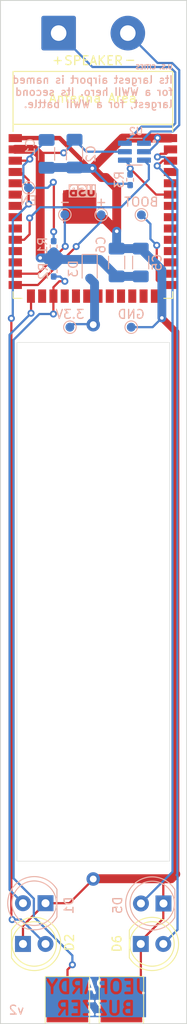
<source format=kicad_pcb>
(kicad_pcb (version 20221018) (generator pcbnew)
  (layers (0 "F.Cu" signal) (31 "B.Cu" signal) (34 "B.Paste" user) (35 "F.Paste" user) (36 "B.SilkS" user "B.Silkscreen") (37 "F.SilkS" user "F.Silkscreen") (38 "B.Mask" user) (39 "F.Mask" user) (44 "Edge.Cuts" user))
  (net 0 "")
  (net 1 "3V3")
  (net 2 "Net-(U1-GPIO0)")
  (net 3 "Net-(U1-EN)")
  (net 4 "GND")
  (net 5 "Net-(C7-A)")
  (net 6 "BUTTON")
  (net 7 "LED3")
  (net 8 "LED4")
  (net 9 "Net-(D3-A)")
  (net 10 "LED2")
  (net 11 "LED1")
  (net 12 "Net-(U2-OUT+)")
  (net 13 "Net-(U2-OUT-)")
  (net 14 "AUDIO_SD")
  (net 21 "Net-(U1-GPIO17{slash}U1TXD{slash}ADC2_CH6{slash}DAC_1)")
  (net 23 "Net-(U1-GPIO19{slash}U1RTS{slash}ADC2_CH8{slash}CLK_OUT2{slash}USB_D-)")
  (net 24 "Net-(U1-GPIO20{slash}U1CTS{slash}ADC2_CH9{slash}CLK_OUT1{slash}USB_D+)")
  (footprint "LED_THT:LED_D5.0mm_Clear" (layer "F.Cu") (at 127.51 127.22)
    (fp_text reference "D6" (at -2.685 -0.04 -90) (layer "F.SilkS"))
    (fp_text value "LED")
    (fp_line (start -1.29 -1.545) (end -1.29 1.545) (stroke (width 0.12)) (layer "F.SilkS"))
    (fp_arc (start -1.29 -1.54483) (mid 2.072002 -2.880433) (end 4.26 0.000462) (stroke (width 0.12)) (layer "F.SilkS"))
    (fp_arc (start 4.26 -0.000462) (mid 2.072002 2.880433) (end -1.29 1.54483) (stroke (width 0.12)) (layer "F.SilkS"))
    (fp_circle (center 1.27 0) (end 3.77 0) (stroke (width 0.12)) (fill none) (layer "F.SilkS"))
    (pad "1" thru_hole rect (at 0 0) (size 1.8 1.8) (drill 0.9) (layers "*.Cu" "*.Mask") (net 4 "GND"))
    (pad "2" thru_hole circle (at 2.54 0) (size 1.8 1.8) (drill 0.9) (layers "*.Cu" "*.Mask") (net 11 "LED1"))
  )
  (footprint "Library:Z00C-4G7L1-11000" (layer "F.Cu") (at 123.23 131.28)
    (fp_text reference "Conn_Button_2" hide)
    (fp_text value "~" hide)
    (fp_rect (start -0.4 -0.4) (end 4.6 4.9) (stroke (width 0.1)) (fill none) (layer "F.SilkS"))
    (pad "1" smd rect (at 2.1 2.25) (size 4.7 5) (layers "F.Cu" "F.Paste" "F.Mask") (net 4 "GND"))
  )
  (footprint "Connector_Wire:SolderWire-1sqmm_1x02_P7.8mm_D1.4mm_OD3.9mm" (layer "F.Cu") (at 118.25 24.85)
    (fp_text reference "SPEAKER" (at 3.94 3.09) (layer "F.SilkS" knockout))
    (fp_text value "Speaker")
    (pad "1" thru_hole roundrect (at 0 0) (size 3.9 3.9) (drill 1.75) (layers "*.Cu" "*.Mask") (roundrect_rratio 0.06410307692) (net 12 "Net-(U2-OUT+)"))
    (pad "2" thru_hole circle (at 7.8 0) (size 3.9 3.9) (drill 1.75) (layers "*.Cu" "*.Mask") (net 13 "Net-(U2-OUT-)"))
  )
  (footprint "Library:Z00C-4G7L1-11000" (layer "F.Cu") (at 117.14 131.28)
    (fp_text reference "Conn_Button_1" hide)
    (fp_text value "~" hide)
    (fp_rect (start -0.4 -0.4) (end 4.6 4.9) (stroke (width 0.1)) (fill none) (layer "F.SilkS"))
    (pad "1" smd rect (at 2.1 2.25) (size 4.7 5) (layers "F.Cu" "F.Paste" "F.Mask") (net 6 "BUTTON"))
  )
  (footprint "Jmazur:JM BATT 14500" (layer "F.Cu") (at 113.55 59.62)
    (fp_text reference "J1" hide)
    (fp_text value "Conn_02x01" hide)
    (fp_rect (start 0 0) (end 17.2 58.3) (stroke (width 0.05)) (fill none) (layer "Edge.Cuts"))
    (pad "1" thru_hole circle (at 8.6 -2) (size 1.524 1.524) (drill 0.762) (layers "*.Cu" "*.Mask") (net 9 "Net-(D3-A)"))
    (pad "2" thru_hole circle (at 8.6 60.3) (size 1.524 1.524) (drill oval 0.762) (layers "*.Cu" "*.Mask") (net 4 "GND"))
  )
  (footprint "PCM_Espressif:ESP32-S2-SOLO" (layer "F.Cu") (at 122.11 44.91)
    (fp_text reference "U1" hide)
    (fp_text value "ESP32-S2-SOLO")
    (fp_text user "Antenna Area" (at 0 -12.75) (layer "F.SilkS"))
    (fp_line (start -9 -15.75) (end -9 -9) (stroke (width 0.12)) (layer "F.SilkS"))
    (fp_line (start -9 -15.75) (end 9 -15.75) (stroke (width 0.12)) (layer "F.SilkS"))
    (fp_line (start -9 9) (end -9 9.75) (stroke (width 0.12)) (layer "F.SilkS"))
    (fp_line (start -9 9.75) (end -8 9.75) (stroke (width 0.12)) (layer "F.SilkS"))
    (fp_line (start 9 -15.75) (end 9 -9) (stroke (width 0.12)) (layer "F.SilkS"))
    (fp_line (start 9 -9.81) (end -9 -9.81) (stroke (width 0.12)) (layer "F.SilkS"))
    (fp_line (start 9 9) (end 9 9.75) (stroke (width 0.12)) (layer "F.SilkS"))
    (fp_line (start 9 9.75) (end 8 9.75) (stroke (width 0.12)) (layer "F.SilkS"))
    (pad "1" smd rect (at -8.75 -8.26) (size 1.5 0.9) (layers "F.Cu" "F.Paste" "F.Mask") (net 4 "GND"))
    (pad "2" smd rect (at -8.75 -6.99) (size 1.5 0.9) (layers "F.Cu" "F.Paste" "F.Mask") (net 1 "3V3"))
    (pad "3" smd rect (at -8.75 -5.72) (size 1.5 0.9) (layers "F.Cu" "F.Paste" "F.Mask") (net 3 "Net-(U1-EN)"))
    (pad "4" smd rect (at -8.75 -4.45) (size 1.5 0.9) (layers "F.Cu" "F.Paste" "F.Mask") (net 8 "LED4"))
    (pad "5" smd rect (at -8.75 -3.18) (size 1.5 0.9) (layers "F.Cu" "F.Paste" "F.Mask"))
    (pad "6" smd rect (at -8.75 -1.91) (size 1.5 0.9) (layers "F.Cu" "F.Paste" "F.Mask"))
    (pad "7" smd rect (at -8.75 -0.64) (size 1.5 0.9) (layers "F.Cu" "F.Paste" "F.Mask"))
    (pad "8" smd rect (at -8.75 0.63) (size 1.5 0.9) (layers "F.Cu" "F.Paste" "F.Mask"))
    (pad "9" smd rect (at -8.75 1.9) (size 1.5 0.9) (layers "F.Cu" "F.Paste" "F.Mask"))
    (pad "10" smd rect (at -8.75 3.17) (size 1.5 0.9) (layers "F.Cu" "F.Paste" "F.Mask") (net 21 "Net-(U1-GPIO17{slash}U1TXD{slash}ADC2_CH6{slash}DAC_1)"))
    (pad "11" smd rect (at -8.75 4.44) (size 1.5 0.9) (layers "F.Cu" "F.Paste" "F.Mask"))
    (pad "12" smd rect (at -8.75 5.71) (size 1.5 0.9) (layers "F.Cu" "F.Paste" "F.Mask"))
    (pad "13" smd rect (at -8.75 6.98) (size 1.5 0.9) (layers "F.Cu" "F.Paste" "F.Mask") (net 23 "Net-(U1-GPIO19{slash}U1RTS{slash}ADC2_CH8{slash}CLK_OUT2{slash}USB_D-)"))
    (pad "14" smd rect (at -8.75 8.25) (size 1.5 0.9) (layers "F.Cu" "F.Paste" "F.Mask") (net 24 "Net-(U1-GPIO20{slash}U1CTS{slash}ADC2_CH9{slash}CLK_OUT1{slash}USB_D+)"))
    (pad "15" smd rect (at -6.985 9.5 90) (size 1.5 0.9) (layers "F.Cu" "F.Paste" "F.Mask") (net 7 "LED3"))
    (pad "16" smd rect (at -5.715 9.5 90) (size 1.5 0.9) (layers "F.Cu" "F.Paste" "F.Mask"))
    (pad "17" smd rect (at -4.445 9.5 90) (size 1.5 0.9) (layers "F.Cu" "F.Paste" "F.Mask") (net 6 "BUTTON"))
    (pad "18" smd rect (at -3.175 9.5 90) (size 1.5 0.9) (layers "F.Cu" "F.Paste" "F.Mask"))
    (pad "19" smd rect (at -1.905 9.5 90) (size 1.5 0.9) (layers "F.Cu" "F.Paste" "F.Mask"))
    (pad "20" smd rect (at -0.635 9.5 90) (size 1.5 0.9) (layers "F.Cu" "F.Paste" "F.Mask"))
    (pad "21" smd rect (at 0.635 9.5 90) (size 1.5 0.9) (layers "F.Cu" "F.Paste" "F.Mask"))
    (pad "22" smd rect (at 1.905 9.5 90) (size 1.5 0.9) (layers "F.Cu" "F.Paste" "F.Mask") (net 5 "Net-(C7-A)"))
    (pad "23" smd rect (at 3.175 9.5 90) (size 1.5 0.9) (layers "F.Cu" "F.Paste" "F.Mask"))
    (pad "24" smd rect (at 4.445 9.5 90) (size 1.5 0.9) (layers "F.Cu" "F.Paste" "F.Mask"))
    (pad "25" smd rect (at 5.715 9.5 90) (size 1.5 0.9) (layers "F.Cu" "F.Paste" "F.Mask"))
    (pad "26" smd rect (at 6.985 9.5 90) (size 1.5 0.9) (layers "F.Cu" "F.Paste" "F.Mask"))
    (pad "27" smd rect (at 8.75 8.25 180) (size 1.5 0.9) (layers "F.Cu" "F.Paste" "F.Mask") (net 2 "Net-(U1-GPIO0)"))
    (pad "28" smd rect (at 8.75 6.98 180) (size 1.5 0.9) (layers "F.Cu" "F.Paste" "F.Mask"))
    (pad "29" smd rect (at 8.75 5.71 180) (size 1.5 0.9) (layers "F.Cu" "F.Paste" "F.Mask"))
    (pad "30" smd rect (at 8.75 4.44 180) (size 1.5 0.9) (layers "F.Cu" "F.Paste" "F.Mask"))
    (pad "31" smd rect (at 8.75 3.17 180) (size 1.5 0.9) (layers "F.Cu" "F.Paste" "F.Mask"))
    (pad "32" smd rect (at 8.75 1.9 180) (size 1.5 0.9) (layers "F.Cu" "F.Paste" "F.Mask"))
    (pad "33" smd rect (at 8.75 0.63 180) (size 1.5 0.9) (layers "F.Cu" "F.Paste" "F.Mask"))
    (pad "34" smd rect (at 8.75 -0.64 180) (size 1.5 0.9) (layers "F.Cu" "F.Paste" "F.Mask"))
    (pad "35" smd rect (at 8.75 -1.91 180) (size 1.5 0.9) (layers "F.Cu" "F.Paste" "F.Mask") (net 14 "AUDIO_SD"))
    (pad "36" smd rect (at 8.75 -3.18 180) (size 1.5 0.9) (layers "F.Cu" "F.Paste" "F.Mask"))
    (pad "37" smd rect (at 8.75 -4.45 180) (size 1.5 0.9) (layers "F.Cu" "F.Paste" "F.Mask"))
    (pad "38" smd rect (at 8.75 -5.72 180) (size 1.5 0.9) (layers "F.Cu" "F.Paste" "F.Mask") (net 10 "LED2"))
    (pad "39" smd rect (at 8.75 -6.99 180) (size 1.5 0.9) (layers "F.Cu" "F.Paste" "F.Mask") (net 11 "LED1"))
    (pad "40" smd rect (at 8.75 -8.26 180) (size 1.5 0.9) (layers "F.Cu" "F.Paste" "F.Mask") (net 4 "GND"))
    (pad "41" smd rect (at -2.9 -1.94 180) (size 0.9 0.9) (layers "F.Cu" "F.Paste" "F.Mask") (net 4 "GND"))
    (pad "41" smd rect (at -2.9 -0.54 180) (size 0.9 0.9) (layers "F.Cu" "F.Paste" "F.Mask") (net 4 "GND"))
    (pad "41" smd rect (at -2.9 0.86 180) (size 0.9 0.9) (layers "F.Cu" "F.Paste" "F.Mask") (net 4 "GND"))
    (pad "41" smd rect (at -1.5 -1.94 180) (size 0.9 0.9) (layers "F.Cu" "F.Paste" "F.Mask") (net 4 "GND"))
    (pad "41" smd rect (at -1.5 -0.54 180) (size 0.9 0.9) (layers "F.Cu" "F.Paste" "F.Mask") (net 4 "GND"))
    (pad "41" smd rect (at -1.5 0.86 180) (size 0.9 0.9) (layers "F.Cu" "F.Paste" "F.Mask") (net 4 "GND"))
    (pad "41" smd rect (at -0.1 -1.94 180) (size 0.9 0.9) (layers "F.Cu" "F.Paste" "F.Mask") (net 4 "GND"))
    (pad "41" smd rect (at -0.1 -0.54 180) (size 0.9 0.9) (layers "F.Cu" "F.Paste" "F.Mask") (net 4 "GND"))
    (pad "41" smd rect (at -0.1 0.86 180) (size 0.9 0.9) (layers "F.Cu" "F.Paste" "F.Mask") (net 4 "GND"))
    (zone (net 0) (net_name "") (layers "*.Cu") (name "antenna keepout") (connect_pads (clearance 0)) (min_thickness 0.25)
      (keepout (tracks not_allowed) (vias not_allowed) (pads not_allowed) (copperpour not_allowed) (footprints not_allowed))
      (fill (thermal_gap 0.5) (thermal_bridge_width 0.5))
      (polygon (pts (xy 113.11 35.11) (xy 113.11 29.16) (xy 131.11 29.16) (xy 131.11 35.11)))
    )
  )
  (footprint "LED_THT:LED_D5.0mm_Clear" (layer "F.Cu") (at 114.23 127.22)
    (fp_text reference "D2" (at 5.24 -0.17 90) (layer "F.SilkS"))
    (fp_text value "LED")
    (fp_line (start -1.29 -1.545) (end -1.29 1.545) (stroke (width 0.12)) (layer "F.SilkS"))
    (fp_arc (start -1.29 -1.54483) (mid 2.072002 -2.880433) (end 4.26 0.000462) (stroke (width 0.12)) (layer "F.SilkS"))
    (fp_arc (start 4.26 -0.000462) (mid 2.072002 2.880433) (end -1.29 1.54483) (stroke (width 0.12)) (layer "F.SilkS"))
    (fp_circle (center 1.27 0) (end 3.77 0) (stroke (width 0.12)) (fill none) (layer "F.SilkS"))
    (pad "1" thru_hole rect (at 0 0) (size 1.8 1.8) (drill 0.9) (layers "*.Cu" "*.Mask") (net 4 "GND"))
    (pad "2" thru_hole circle (at 2.54 0) (size 1.8 1.8) (drill 0.9) (layers "*.Cu" "*.Mask") (net 8 "LED4"))
  )
  (footprint "TestPoint:TestPoint_Pad_D1.0mm" (layer "B.Cu") (at 123.05 45.27 180)
    (fp_text reference "+" (at 0 1.448) (layer "B.SilkS") (effects (justify mirror)))
    (fp_text value "USB_D +")
    (fp_circle (center 0 0) (end 0 -0.7) (stroke (width 0.12)) (fill none) (layer "B.SilkS"))
    (pad "1" smd circle (at 0 0 180) (size 1 1) (layers "B.Cu" "B.Mask") (net 24 "Net-(U1-GPIO20{slash}U1CTS{slash}ADC2_CH9{slash}CLK_OUT1{slash}USB_D+)"))
  )
  (footprint "Resistor_SMD:R_0402_1005Metric_Pad0.72x0.64mm_HandSolder" (layer "B.Cu") (at 126.31 41.34 -90)
    (fp_text reference "R3" (at -0.02 1.23 90) (layer "B.SilkS") (effects (justify mirror)))
    (fp_text value "10K")
    (fp_line (start -0.167621 -0.38) (end 0.167621 -0.38) (stroke (width 0.12)) (layer "B.SilkS"))
    (fp_line (start -0.167621 0.38) (end 0.167621 0.38) (stroke (width 0.12)) (layer "B.SilkS"))
    (pad "1" smd roundrect (at -0.5975 0 270) (size 0.715 0.64) (layers "B.Cu" "B.Paste" "B.Mask") (net 14 "AUDIO_SD"))
    (pad "2" smd roundrect (at 0.5975 0 270) (size 0.715 0.64) (layers "B.Cu" "B.Paste" "B.Mask") (net 4 "GND"))
  )
  (footprint "Capacitor_SMD:C_1206_3216Metric_Pad1.33x1.80mm_HandSolder" (layer "B.Cu") (at 120.04 38.3925 -90)
    (fp_text reference "C2" (at 0.0375 -1.85 90) (layer "B.SilkS") (effects (justify mirror)))
    (fp_text value "22UF")
    (fp_line (start -0.711252 -0.91) (end 0.711252 -0.91) (stroke (width 0.12)) (layer "B.SilkS"))
    (fp_line (start -0.711252 0.91) (end 0.711252 0.91) (stroke (width 0.12)) (layer "B.SilkS"))
    (pad "1" smd roundrect (at -1.5625 0 270) (size 1.325 1.8) (layers "B.Cu" "B.Paste" "B.Mask") (roundrect_rratio 0.1886792453) (net 1 "3V3"))
    (pad "2" smd roundrect (at 1.5625 0 270) (size 1.325 1.8) (layers "B.Cu" "B.Paste" "B.Mask") (roundrect_rratio 0.1886792453) (net 4 "GND"))
  )
  (footprint "Diode_SMD:D_SOD-323" (layer "B.Cu") (at 121.75 51.34 -90)
    (fp_text reference "D3" (at 0 1.85 90) (layer "B.SilkS") (effects (justify mirror)))
    (fp_text value "BAT60A")
    (fp_line (start -1.61 -0.85) (end 1.05 -0.85) (stroke (width 0.12)) (layer "B.SilkS"))
    (fp_line (start -1.61 0.85) (end -1.61 -0.85) (stroke (width 0.12)) (layer "B.SilkS"))
    (fp_line (start -1.61 0.85) (end 1.05 0.85) (stroke (width 0.12)) (layer "B.SilkS"))
    (pad "1" smd roundrect (at -1.05 0 270) (size 0.6 0.45) (layers "B.Cu" "B.Paste" "B.Mask") (net 1 "3V3"))
    (pad "2" smd roundrect (at 1.05 0 270) (size 0.6 0.45) (layers "B.Cu" "B.Paste" "B.Mask") (net 9 "Net-(D3-A)"))
  )
  (footprint "TestPoint:TestPoint_Pad_D1.0mm" (layer "B.Cu") (at 126.43 57.9 180)
    (fp_text reference "GND" (at 0 1.448) (layer "B.SilkS") (effects (justify mirror)))
    (fp_text value "GND")
    (fp_circle (center 0 0) (end 0 -0.7) (stroke (width 0.12)) (fill none) (layer "B.SilkS"))
    (pad "1" smd circle (at 0 0 180) (size 1 1) (layers "B.Cu" "B.Mask") (net 4 "GND"))
  )
  (footprint "LED_THT:LED_D5.0mm_Clear" (layer "B.Cu") (at 116.77 122.64 180)
    (fp_text reference "D1" (at -2.64 -0.25 90) (layer "B.SilkS") (effects (justify mirror)))
    (fp_text value "LED")
    (fp_line (start -1.29 1.545) (end -1.29 -1.545) (stroke (width 0.12)) (layer "B.SilkS"))
    (fp_arc (start -1.29 -1.54483) (mid 2.072002 -2.880433) (end 4.26 0.000462) (stroke (width 0.12)) (layer "B.SilkS"))
    (fp_arc (start 4.26 -0.000462) (mid 2.072002 2.880433) (end -1.29 1.54483) (stroke (width 0.12)) (layer "B.SilkS"))
    (fp_circle (center 1.27 0) (end 3.77 0) (stroke (width 0.12)) (fill none) (layer "B.SilkS"))
    (pad "1" thru_hole rect (at 0 0 180) (size 1.8 1.8) (drill 0.9) (layers "*.Cu" "*.Mask") (net 4 "GND"))
    (pad "2" thru_hole circle (at 2.54 0 180) (size 1.8 1.8) (drill 0.9) (layers "*.Cu" "*.Mask") (net 7 "LED3"))
  )
  (footprint "Resistor_SMD:R_0402_1005Metric_Pad0.72x0.64mm_HandSolder" (layer "B.Cu") (at 117.69 51.6125 -90)
    (fp_text reference "R2" (at 0 1.17 -270) (layer "B.SilkS") (effects (justify mirror)))
    (fp_text value "10K")
    (fp_line (start -0.167621 -0.38) (end 0.167621 -0.38) (stroke (width 0.12)) (layer "B.SilkS"))
    (fp_line (start -0.167621 0.38) (end 0.167621 0.38) (stroke (width 0.12)) (layer "B.SilkS"))
    (pad "1" smd roundrect (at -0.5975 0 270) (size 0.715 0.64) (layers "B.Cu" "B.Paste" "B.Mask") (net 1 "3V3"))
    (pad "2" smd roundrect (at 0.5975 0 270) (size 0.715 0.64) (layers "B.Cu" "B.Paste" "B.Mask") (net 6 "BUTTON"))
  )
  (footprint "TestPoint:TestPoint_Pad_D1.0mm" (layer "B.Cu") (at 118.95 45.25 180)
    (fp_text reference "-" (at 0 1.448) (layer "B.SilkS") (effects (justify mirror)))
    (fp_text value "USB_D -")
    (fp_circle (center 0 0) (end 0 -0.7) (stroke (width 0.12)) (fill none) (layer "B.SilkS"))
    (pad "1" smd circle (at 0 0 180) (size 1 1) (layers "B.Cu" "B.Mask") (net 23 "Net-(U1-GPIO19{slash}U1RTS{slash}ADC2_CH8{slash}CLK_OUT2{slash}USB_D-)"))
  )
  (footprint "resources:SOT95P280X145-6N" (layer "B.Cu") (at 126.795 38.18 180)
    (fp_text reference "U2" (at -0.185 2.29) (layer "B.SilkS") (effects (font (size 0.8 0.8)) (justify mirror)))
    (fp_text value "PAM8301AAF")
    (fp_line (start -0.85 -1.5) (end 0.85 -1.5) (stroke (width 0.127)) (layer "B.SilkS"))
    (fp_line (start 0.85 1.5) (end -0.85 1.5) (stroke (width 0.127)) (layer "B.SilkS"))
    (fp_circle (center -2.24 1.17) (end -2.14 1.17) (stroke (width 0.2)) (fill none) (layer "B.SilkS"))
    (pad "1" smd roundrect (at -1.075 0.95 180) (size 1.56 0.59) (layers "B.Cu" "B.Paste" "B.Mask") (roundrect_rratio 0.12) (net 13 "Net-(U2-OUT-)"))
    (pad "2" smd roundrect (at -1.075 0 180) (size 1.56 0.59) (layers "B.Cu" "B.Paste" "B.Mask") (roundrect_rratio 0.12) (net 4 "GND"))
    (pad "3" smd roundrect (at -1.075 -0.95 180) (size 1.56 0.59) (layers "B.Cu" "B.Paste" "B.Mask") (roundrect_rratio 0.12) (net 21 "Net-(U1-GPIO17{slash}U1TXD{slash}ADC2_CH6{slash}DAC_1)"))
    (pad "4" smd roundrect (at 1.075 -0.95 180) (size 1.56 0.59) (layers "B.Cu" "B.Paste" "B.Mask") (roundrect_rratio 0.12) (net 14 "AUDIO_SD"))
    (pad "5" smd roundrect (at 1.075 0 180) (size 1.56 0.59) (layers "B.Cu" "B.Paste" "B.Mask") (roundrect_rratio 0.12) (net 1 "3V3"))
    (pad "6" smd roundrect (at 1.075 0.95 180) (size 1.56 0.59) (layers "B.Cu" "B.Paste" "B.Mask") (roundrect_rratio 0.12) (net 12 "Net-(U2-OUT+)"))
  )
  (footprint "LED_THT:LED_D5.0mm_Clear" (layer "B.Cu") (at 130.07 122.67 180)
    (fp_text reference "D5" (at 5.17 -0.2 270) (layer "B.SilkS") (effects (justify mirror)))
    (fp_text value "LED")
    (fp_line (start -1.29 1.545) (end -1.29 -1.545) (stroke (width 0.12)) (layer "B.SilkS"))
    (fp_arc (start -1.29 -1.54483) (mid 2.072002 -2.880433) (end 4.26 0.000462) (stroke (width 0.12)) (layer "B.SilkS"))
    (fp_arc (start 4.26 -0.000462) (mid 2.072002 2.880433) (end -1.29 1.54483) (stroke (width 0.12)) (layer "B.SilkS"))
    (fp_circle (center 1.27 0) (end 3.77 0) (stroke (width 0.12)) (fill none) (layer "B.SilkS"))
    (pad "1" thru_hole rect (at 0 0 180) (size 1.8 1.8) (drill 0.9) (layers "*.Cu" "*.Mask") (net 4 "GND"))
    (pad "2" thru_hole circle (at 2.54 0 180) (size 1.8 1.8) (drill 0.9) (layers "*.Cu" "*.Mask") (net 10 "LED2"))
  )
  (footprint "Resistor_SMD:R_0402_1005Metric_Pad0.72x0.64mm_HandSolder" (layer "B.Cu") (at 117.69 48.8275 90)
    (fp_text reference "R1" (at 0.0975 -1.25 90) (layer "B.SilkS") (effects (justify mirror)))
    (fp_text value "10k")
    (fp_line (start -0.167621 -0.38) (end 0.167621 -0.38) (stroke (width 0.12)) (layer "B.SilkS"))
    (fp_line (start -0.167621 0.38) (end 0.167621 0.38) (stroke (width 0.12)) (layer "B.SilkS"))
    (pad "1" smd roundrect (at -0.5975 0 90) (size 0.715 0.64) (layers "B.Cu" "B.Paste" "B.Mask") (net 1 "3V3"))
    (pad "2" smd roundrect (at 0.5975 0 90) (size 0.715 0.64) (layers "B.Cu" "B.Paste" "B.Mask") (net 3 "Net-(U1-EN)"))
  )
  (footprint "Capacitor_SMD:C_1206_3216Metric_Pad1.33x1.80mm_HandSolder" (layer "B.Cu") (at 116.89 38.4225 -90)
    (fp_text reference "C1" (at -0.7825 1.83 90) (layer "B.SilkS") (effects (justify mirror)))
    (fp_text value "22UF")
    (fp_line (start -0.711252 -0.91) (end 0.711252 -0.91) (stroke (width 0.12)) (layer "B.SilkS"))
    (fp_line (start -0.711252 0.91) (end 0.711252 0.91) (stroke (width 0.12)) (layer "B.SilkS"))
    (pad "1" smd roundrect (at -1.5625 0 270) (size 1.325 1.8) (layers "B.Cu" "B.Paste" "B.Mask") (roundrect_rratio 0.1886792453) (net 3 "Net-(U1-EN)"))
    (pad "2" smd roundrect (at 1.5625 0 270) (size 1.325 1.8) (layers "B.Cu" "B.Paste" "B.Mask") (roundrect_rratio 0.1886792453) (net 4 "GND"))
  )
  (footprint "Capacitor_SMD:C_1206_3216Metric_Pad1.33x1.80mm_HandSolder" (layer "B.Cu") (at 124.79 50.6325 -90)
    (fp_text reference "C6" (at -1.9825 1.77 90) (layer "B.SilkS") (effects (justify mirror)))
    (fp_text value "22UF")
    (fp_line (start -0.711252 -0.91) (end 0.711252 -0.91) (stroke (width 0.12)) (layer "B.SilkS"))
    (fp_line (start -0.711252 0.91) (end 0.711252 0.91) (stroke (width 0.12)) (layer "B.SilkS"))
    (pad "1" smd roundrect (at -1.5625 0 270) (size 1.325 1.8) (layers "B.Cu" "B.Paste" "B.Mask") (roundrect_rratio 0.1886792453) (net 4 "GND"))
    (pad "2" smd roundrect (at 1.5625 0 270) (size 1.325 1.8) (layers "B.Cu" "B.Paste" "B.Mask") (roundrect_rratio 0.1886792453) (net 1 "3V3"))
  )
  (footprint "TestPoint:TestPoint_Pad_D1.0mm" (layer "B.Cu") (at 114.85 42.24)
    (fp_text reference "EN" (at 0 1.448) (layer "B.SilkS") (effects (justify mirror)))
    (fp_text value "EN")
    (fp_circle (center 0 0) (end 0 -0.7) (stroke (width 0.12)) (fill none) (layer "B.SilkS"))
    (pad "1" smd circle (at 0 0) (size 1 1) (layers "B.Cu" "B.Mask") (net 3 "Net-(U1-EN)"))
  )
  (footprint "Capacitor_SMD:C_1206_3216Metric_Pad1.33x1.80mm_HandSolder" (layer "B.Cu") (at 127.5 50.6325 90)
    (fp_text reference "C5" (at 0 1.85 90) (layer "B.SilkS") (effects (justify mirror)))
    (fp_text value "22UF")
    (fp_line (start -0.711252 -0.91) (end 0.711252 -0.91) (stroke (width 0.12)) (layer "B.SilkS"))
    (fp_line (start -0.711252 0.91) (end 0.711252 0.91) (stroke (width 0.12)) (layer "B.SilkS"))
    (pad "1" smd roundrect (at -1.5625 0 90) (size 1.325 1.8) (layers "B.Cu" "B.Paste" "B.Mask") (roundrect_rratio 0.1886792453) (net 1 "3V3"))
    (pad "2" smd roundrect (at 1.5625 0 90) (size 1.325 1.8) (layers "B.Cu" "B.Paste" "B.Mask") (roundrect_rratio 0.1886792453) (net 4 "GND"))
  )
  (footprint "TestPoint:TestPoint_Pad_D1.0mm" (layer "B.Cu") (at 119.52 57.9 180)
    (fp_text reference "3.3V" (at 0 1.448) (layer "B.SilkS") (effects (justify mirror)))
    (fp_text value "BATT")
    (fp_circle (center 0 0) (end 0 -0.7) (stroke (width 0.12)) (fill none) (layer "B.SilkS"))
    (pad "1" smd circle (at 0 0 180) (size 1 1) (layers "B.Cu" "B.Mask") (net 9 "Net-(D3-A)"))
  )
  (footprint "TestPoint:TestPoint_Pad_D1.0mm" (layer "B.Cu") (at 127.58 45.28 180)
    (fp_text reference "BOOT" (at 0 1.448) (layer "B.SilkS") (effects (justify mirror)))
    (fp_text value "BOOT")
    (fp_circle (center 0 0) (end 0 -0.7) (stroke (width 0.12)) (fill none) (layer "B.SilkS"))
    (pad "1" smd circle (at 0 0 180) (size 1 1) (layers "B.Cu" "B.Mask") (net 2 "Net-(U1-GPIO0)"))
  )
  (gr_rect (start 111.69 21.18) (end 132.69 136.18) (stroke (width 0.1)) (fill none) (layer "Edge.Cuts"))
  (gr_text "JEOPARDY\nBUZZER\n" (at 122.44 135.34) (layer "B.Cu" knockout) (effects (font (size 1.5 1.5) (thickness 0.3) bold) (justify bottom mirror)))
  (gr_text "Its largest airport is named \nfor a WWII hero. Its second \nlargest, for a WWII battle." (at 131.22 29.6) (layer "B.SilkS") (effects (font (size 0.85 0.85)) (justify left top mirror)))
  (gr_text "U.S. CITIES\n" (at 131.16 28.96) (layer "B.SilkS") (effects (font (size 0.5 0.5) (thickness 0.125)) (justify left bottom mirror)))
  (gr_text "USB" (at 122.6 43.22) (layer "B.SilkS" knockout) (effects (font (size 1 1) (thickness 0.25) bold) (justify left bottom mirror)))
  (gr_text "v2" (at 114.45 135.23) (layer "B.SilkS") (effects (font (size 1 1)) (justify left bottom mirror)))
  (gr_text "+\n" (at 117.42 28.45) (layer "F.SilkS") (effects (font (size 1 1)) (justify left bottom)))
  (gr_text "-" (at 125.6 28.42) (layer "F.SilkS") (effects (font (size 1 1)) (justify left bottom)))
  (segment (start 116.44 38.31) (end 116.17 38.58) (width 0.25) (layer "F.Cu") (net 1))
  (segment (start 116.17 38.58) (end 116.17 50.12) (width 1) (layer "F.Cu") (net 1))
  (segment (start 118.82 38.31) (end 116.44 38.31) (width 0.25) (layer "F.Cu") (net 1))
  (segment (start 113.37 37.91) (end 115.5 37.91) (width 1) (layer "F.Cu") (net 1))
  (segment (start 113.36 37.92) (end 113.37 37.91) (width 1) (layer "F.Cu") (net 1))
  (segment (start 115.5 37.91) (end 116.17 38.58) (width 1) (layer "F.Cu") (net 1))
  (via (at 116.17 50.12) (size 0.8) (drill 0.4) (layers "F.Cu" "B.Cu") (net 1))
  (via (at 118.82 38.31) (size 0.8) (drill 0.4) (layers "F.Cu" "B.Cu") (net 1))
  (segment (start 120.04 37.09) (end 118.82 38.31) (width 0.25) (layer "B.Cu") (net 1))
  (segment (start 121.75 50.29) (end 122.885 50.29) (width 1) (layer "B.Cu") (net 1))
  (segment (start 116.995 50.12) (end 117.69 49.425) (width 1) (layer "B.Cu") (net 1))
  (segment (start 116.17 50.12) (end 116.795 50.12) (width 1) (layer "B.Cu") (net 1))
  (segment (start 116.17 50.12) (end 116.995 50.12) (width 1) (layer "B.Cu") (net 1))
  (segment (start 116.17 50.12) (end 117.54 50.12) (width 1) (layer "B.Cu") (net 1))
  (segment (start 117.54 50.12) (end 117.69 50.27) (width 1) (layer "B.Cu") (net 1))
  (segment (start 122.885 50.29) (end 124.79 52.195) (width 1) (layer "B.Cu") (net 1))
  (segment (start 125.72 38.18) (end 121.39 38.18) (width 0.25) (layer "B.Cu") (net 1))
  (segment (start 117.69 50.27) (end 117.69 51.015) (width 1) (layer "B.Cu") (net 1))
  (segment (start 117.69 49.425) (end 117.69 50.27) (width 1) (layer "B.Cu") (net 1))
  (segment (start 116.795 50.12) (end 117.69 51.015) (width 1) (layer "B.Cu") (net 1))
  (segment (start 124.79 52.195) (end 127.5 52.195) (width 1) (layer "B.Cu") (net 1))
  (segment (start 120.04 36.83) (end 120.04 37.09) (width 0.25) (layer "B.Cu") (net 1))
  (segment (start 118.555 50.29) (end 117.69 49.425) (width 1) (layer "B.Cu") (net 1))
  (segment (start 121.75 50.29) (end 118.555 50.29) (width 1) (layer "B.Cu") (net 1))
  (segment (start 118.555 50.29) (end 118.415 50.29) (width 1) (layer "B.Cu") (net 1))
  (segment (start 118.415 50.29) (end 117.69 51.015) (width 1) (layer "B.Cu") (net 1))
  (segment (start 121.39 38.18) (end 120.04 36.83) (width 0.25) (layer "B.Cu") (net 1))
  (segment (start 129.31 52.61) (end 129.86 53.16) (width 0.25) (layer "F.Cu") (net 2))
  (segment (start 129.31 48.7) (end 129.31 52.61) (width 0.25) (layer "F.Cu") (net 2))
  (segment (start 129.86 53.16) (end 130.86 53.16) (width 0.25) (layer "F.Cu") (net 2))
  (via (at 129.31 48.7) (size 0.8) (drill 0.4) (layers "F.Cu" "B.Cu") (net 2))
  (segment (start 128.6 47.99) (end 129.31 48.7) (width 0.25) (layer "B.Cu") (net 2))
  (segment (start 128.6 46.3) (end 128.6 47.99) (width 0.25) (layer "B.Cu") (net 2))
  (segment (start 127.58 45.28) (end 128.6 46.3) (width 0.25) (layer "B.Cu") (net 2))
  (segment (start 114.82 39.19) (end 115 39.01) (width 0.25) (layer "F.Cu") (net 3))
  (segment (start 117.71 47.15) (end 117.71 41.67) (width 0.25) (layer "F.Cu") (net 3))
  (segment (start 113.36 39.19) (end 114.82 39.19) (width 0.25) (layer "F.Cu") (net 3))
  (segment (start 117.69 47.17) (end 117.71 47.15) (width 0.25) (layer "F.Cu") (net 3))
  (segment (start 117.71 41.67) (end 117.65 41.61) (width 0.25) (layer "F.Cu") (net 3))
  (via (at 117.69 47.17) (size 0.8) (drill 0.4) (layers "F.Cu" "B.Cu") (net 3))
  (via (at 115 39.01) (size 0.8) (drill 0.4) (layers "F.Cu" "B.Cu") (net 3))
  (via (at 117.65 41.61) (size 0.8) (drill 0.4) (layers "F.Cu" "B.Cu") (net 3))
  (segment (start 115 38.75) (end 116.89 36.86) (width 0.25) (layer "B.Cu") (net 3))
  (segment (start 114.275 39.735) (end 114.275 41.665) (width 0.25) (layer "B.Cu") (net 3))
  (segment (start 117.65 41.61) (end 117.02 42.24) (width 0.25) (layer "B.Cu") (net 3))
  (segment (start 115 39.01) (end 115 38.75) (width 0.25) (layer "B.Cu") (net 3))
  (segment (start 115 39.01) (end 114.275 39.735) (width 0.25) (layer "B.Cu") (net 3))
  (segment (start 114.275 41.665) (end 114.85 42.24) (width 0.25) (layer "B.Cu") (net 3))
  (segment (start 117.69 47.17) (end 117.69 48.23) (width 0.25) (layer "B.Cu") (net 3))
  (segment (start 117.02 42.24) (end 114.85 42.24) (width 0.25) (layer "B.Cu") (net 3))
  (segment (start 123.45 45.77) (end 124.8 47.12) (width 1) (layer "F.Cu") (net 4))
  (segment (start 122.01 45.77) (end 120.61 44.37) (width 1) (layer "F.Cu") (net 4))
  (segment (start 118.362082 36.65) (end 121.762082 40.05) (width 0.5) (layer "F.Cu") (net 4))
  (segment (start 127.52 126.895) (end 130.05 124.365) (width 0.25) (layer "F.Cu") (net 4))
  (segment (start 122.01 45.77) (end 122.01 44.37) (width 1) (layer "F.Cu") (net 4))
  (segment (start 130.05 124.365) (end 130.05 122.93) (width 0.25) (layer "F.Cu") (net 4))
  (segment (start 119.462 122.64) (end 122.21 119.892) (width 0.25) (layer "F.Cu") (net 4))
  (segment (start 124.8 42.28) (end 123.6 41.08) (width 1) (layer "F.Cu") (net 4))
  (segment (start 119.21 45.77) (end 120.61 44.37) (width 1) (layer "F.Cu") (net 4))
  (segment (start 122.01 42.97) (end 122.01 44.37) (width 1) (layer "F.Cu") (net 4))
  (segment (start 119.21 45.77) (end 120.61 45.77) (width 1) (layer "F.Cu") (net 4))
  (segment (start 123.08 41.08) (end 122.05 40.05) (width 1) (layer "F.Cu") (net 4))
  (segment (start 129.42 36.65) (end 129.4 36.63) (width 1) (layer "F.Cu") (net 4))
  (segment (start 123.6 41.08) (end 123.08 41.08) (width 1) (layer "F.Cu") (net 4))
  (segment (start 119.21 42.97) (end 120.12 43.88) (width 1) (layer "F.Cu") (net 4))
  (segment (start 122.01 45.77) (end 123.45 45.77) (width 1) (layer "F.Cu") (net 4))
  (segment (start 124.8 47.12) (end 124.8 42.28) (width 1) (layer "F.Cu") (net 4))
  (segment (start 116.77 122.64) (end 119.462 122.64) (width 0.25) (layer "F.Cu") (net 4))
  (segment (start 122.01 42.97) (end 120.61 44.37) (width 1) (layer "F.Cu") (net 4))
  (segment (start 119.21 42.97) (end 120.61 42.97) (width 1) (layer "F.Cu") (net 4))
  (segment (start 129.4 36.63) (end 129.38 36.65) (width 1) (layer "F.Cu") (net 4))
  (segment (start 113.36 36.65) (end 118.362082 36.65) (width 0.5) (layer "F.Cu") (net 4))
  (segment (start 130.86 36.65) (end 129.42 36.65) (width 1) (layer "F.Cu") (net 4))
  (segment (start 119.21 44.37) (end 120.12 44.37) (width 1) (layer "F.Cu") (net 4))
  (segment (start 120.61 44.37) (end 122.01 44.37) (width 1) (layer "F.Cu") (net 4))
  (segment (start 122.01 45.77) (end 120.61 45.77) (width 1) (layer "F.Cu") (net 4))
  (segment (start 119.21 44.37) (end 119.21 42.97) (width 1) (layer "F.Cu") (net 4))
  (segment (start 130.05 122.93) (end 130.05 120.112) (width 0.25) (layer "F.Cu") (net 4))
  (segment (start 131.46 58.43) (end 131.46 119.37) (width 0.8) (layer "F.Cu") (net 4))
  (segment (start 125.45 36.65) (end 122.05 40.05) (width 1) (layer "F.Cu") (net 4))
  (segment (start 129.89 56.86) (end 131.46 58.43) (width 0.8) (layer "F.Cu") (net 4))
  (segment (start 120.12 43.88) (end 120.12 44.37) (width 1) (layer "F.Cu") (net 4))
  (segment (start 125.35 133.84) (end 127.52 131.67) (width 0.25) (layer "F.Cu") (net 4))
  (segment (start 121.762082 40.05) (end 122.05 40.05) (width 0.5) (layer "F.Cu") (net 4))
  (segment (start 130.27 119.892) (end 130.938 119.892) (width 1) (layer "F.Cu") (net 4))
  (segment (start 129.38 36.65) (end 125.45 36.65) (width 1) (layer "F.Cu") (net 4))
  (segment (start 122.21 119.892) (end 130.27 119.892) (width 1) (layer "F.Cu") (net 4))
  (segment (start 120.12 44.37) (end 120.61 44.37) (width 1) (layer "F.Cu") (net 4))
  (segment (start 130.938 119.892) (end 131.46 119.37) (width 1) (layer "F.Cu") (net 4))
  (segment (start 119.21 45.77) (end 119.21 44.37) (width 1) (layer "F.Cu") (net 4))
  (segment (start 114.23 125.18) (end 116.77 122.64) (width 0.25) (layer "F.Cu") (net 4))
  (segment (start 120.61 45.77) (end 120.61 44.37) (width 1) (layer "F.Cu") (net 4))
  (segment (start 127.52 131.67) (end 127.52 126.895) (width 0.25) (layer "F.Cu") (net 4))
  (segment (start 120.61 44.37) (end 120.61 42.97) (width 1) (layer "F.Cu") (net 4))
  (segment (start 120.61 42.97) (end 122.01 42.97) (width 1) (layer "F.Cu") (net 4))
  (segment (start 114.23 127.22) (end 114.23 125.18) (width 0.25) (layer "F.Cu") (net 4))
  (via (at 124.8 47.12) (size 0.8) (drill 0.4) (layers "F.Cu" "B.Cu") (net 4))
  (via (at 129.89 56.86) (size 0.8) (drill 0.4) (layers "F.Cu" "B.Cu") (net 4))
  (via (at 122.05 40.05) (size 0.8) (drill 0.4) (layers "F.Cu" "B.Cu") (net 4))
  (via (at 129.4 36.63) (size 0.8) (drill 0.4) (layers "F.Cu" "B.Cu") (net 4))
  (segment (start 126.43 57.9) (end 128.85 57.9) (width 0.25) (layer "B.Cu") (net 4))
  (segment (start 124.79 47.13) (end 124.8 47.12) (width 1) (layer "B.Cu") (net 4))
  (segment (start 116.92 39.955) (end 116.89 39.985) (width 1) (layer "B.Cu") (net 4))
  (segment (start 120.135 40.05) (end 120.04 39.955) (width 1) (layer "B.Cu") (net 4))
  (segment (start 128.413146 38.18) (end 127.87 38.18) (width 0.25) (layer "B.Cu") (net 4))
  (segment (start 124.79 49.07) (end 124.79 47.13) (width 1) (layer "B.Cu") (net 4))
  (segment (start 129.89 56.86) (end 129.89 51.46) (width 1) (layer "B.Cu") (net 4))
  (segment (start 120.04 39.955) (end 116.92 39.955) (width 1) (layer "B.Cu") (net 4))
  (segment (start 128.85 57.9) (end 129.89 56.86) (width 0.25) (layer "B.Cu") (net 4))
  (segment (start 127.5 49.07) (end 124.79 49.07) (width 1) (layer "B.Cu") (net 4))
  (segment (start 126.31 41.9375) (end 126.1575 41.785) (width 0.25) (layer "B.Cu") (net 4))
  (segment (start 122.05 40.05) (end 120.135 40.05) (width 1) (layer "B.Cu") (net 4))
  (segment (start 126.1575 41.785) (end 123.785 41.785) (width 0.25) (layer "B.Cu") (net 4))
  (segment (start 129.4 36.63) (end 129.4 37.193146) (width 0.25) (layer "B.Cu") (net 4))
  (segment (start 129.89 51.46) (end 127.5 49.07) (width 1) (layer "B.Cu") (net 4))
  (segment (start 129.4 37.193146) (end 128.413146 38.18) (width 0.25) (layer "B.Cu") (net 4))
  (segment (start 123.785 41.785) (end 122.05 40.05) (width 0.25) (layer "B.Cu") (net 4))
  (segment (start 118.335 52.74) (end 117.665 53.41) (width 0.25) (layer "F.Cu") (net 6))
  (segment (start 119.25 130.11) (end 119.8 129.56) (width 0.25) (layer "F.Cu") (net 6))
  (segment (start 118.95 52.74) (end 118.335 52.74) (width 0.25) (layer "F.Cu") (net 6))
  (segment (start 117.66 56.42) (end 117.66 54.415) (width 0.25) (layer "F.Cu") (net 6))
  (segment (start 117.665 53.41) (end 117.665 54.41) (width 0.25) (layer "F.Cu") (net 6))
  (segment (start 119.25 133.84) (end 119.25 130.11) (width 0.25) (layer "F.Cu") (net 6))
  (segment (start 117.66 54.415) (end 117.665 54.41) (width 0.25) (layer "F.Cu") (net 6))
  (via (at 119.8 129.56) (size 0.8) (drill 0.4) (layers "F.Cu" "B.Cu") (net 6))
  (via (at 118.95 52.74) (size 0.8) (drill 0.4) (layers "F.Cu" "B.Cu") (net 6))
  (via (at 117.66 56.42) (size 0.8) (drill 0.4) (layers "F.Cu" "B.Cu") (net 6))
  (segment (start 118.42 52.21) (end 118.95 52.74) (width 0.25) (layer "B.Cu") (net 6))
  (segment (start 117.69 52.21) (end 118.42 52.21) (width 0.25) (layer "B.Cu") (net 6))
  (segment (start 115.455 124.172588) (end 119.8 128.517588) (width 0.25) (layer "B.Cu") (net 6))
  (segment (start 115.455 122.132588) (end 115.455 124.172588) (width 0.25) (layer "B.Cu") (net 6))
  (segment (start 113.17 59.32) (end 113.17 119.847588) (width 0.25) (layer "B.Cu") (net 6))
  (segment (start 119.8 128.517588) (end 119.8 129.56) (width 0.25) (layer "B.Cu") (net 6))
  (segment (start 113.17 119.847588) (end 115.455 122.132588) (width 0.25) (layer "B.Cu") (net 6))
  (segment (start 117.66 56.42) (end 116.08 56.42) (width 0.25) (layer "B.Cu") (net 6))
  (segment (start 113.33 59.17) (end 113.32 59.17) (width 0.25) (layer "B.Cu") (net 6))
  (segment (start 113.32 59.17) (end 113.17 59.32) (width 0.25) (layer "B.Cu") (net 6))
  (segment (start 116.08 56.42) (end 113.33 59.17) (width 0.25) (layer "B.Cu") (net 6))
  (segment (start 115.14 54.425) (end 115.125 54.41) (width 0.25) (layer "F.Cu") (net 7))
  (segment (start 115.14 56.33) (end 115.14 54.425) (width 0.25) (layer "F.Cu") (net 7))
  (via (at 115.14 56.33) (size 0.8) (drill 0.4) (layers "F.Cu" "B.Cu") (net 7))
  (segment (start 112.72 121.13) (end 112.72 58.75) (width 0.25) (layer "B.Cu") (net 7))
  (segment (start 112.72 58.75) (end 112.945 58.525) (width 0.25) (layer "B.Cu") (net 7))
  (segment (start 115.14 56.33) (end 112.88 58.59) (width 0.25) (layer "B.Cu") (net 7))
  (segment (start 114.23 122.64) (end 112.72 121.13) (width 0.25) (layer "B.Cu") (net 7))
  (segment (start 112.92 124.39) (end 113.01 124.48) (width 0.25) (layer "F.Cu") (net 8))
  (segment (start 114.88 44.06) (end 114.88 41.4) (width 0.25) (layer "F.Cu") (net 8))
  (segment (start 114.88 41.4) (end 113.94 40.46) (width 0.25) (layer "F.Cu") (net 8))
  (segment (start 112.92 56.91) (end 112.92 124.39) (width 0.25) (layer "F.Cu") (net 8))
  (segment (start 113.94 40.46) (end 113.36 40.46) (width 0.25) (layer "F.Cu") (net 8))
  (via (at 113.01 124.48) (size 0.8) (drill 0.4) (layers "F.Cu" "B.Cu") (net 8))
  (via (at 114.88 44.06) (size 0.8) (drill 0.4) (layers "F.Cu" "B.Cu") (net 8))
  (via (at 112.92 56.91) (size 0.8) (drill 0.4) (layers "F.Cu" "B.Cu") (net 8))
  (segment (start 113.08 56.75) (end 113.08 45.86) (width 0.25) (layer "B.Cu") (net 8))
  (segment (start 116.77 127.22) (end 114.03 124.48) (width 0.25) (layer "B.Cu") (net 8))
  (segment (start 114.03 124.48) (end 113.01 124.48) (width 0.25) (layer "B.Cu") (net 8))
  (segment (start 112.92 56.91) (end 113.08 56.75) (width 0.25) (layer "B.Cu") (net 8))
  (segment (start 113.08 45.86) (end 114.88 44.06) (width 0.25) (layer "B.Cu") (net 8))
  (segment (start 122.3 52.94) (end 121.75 52.39) (width 1) (layer "B.Cu") (net 9))
  (segment (start 122.3 57.56) (end 122.3 52.94) (width 1) (layer "B.Cu") (net 9))
  (segment (start 119.86 57.56) (end 119.52 57.9) (width 0.25) (layer "B.Cu") (net 9))
  (segment (start 122.3 57.56) (end 119.86 57.56) (width 0.25) (layer "B.Cu") (net 9))
  (segment (start 129.362247 39.769117) (end 129.636364 39.495) (width 0.25) (layer "F.Cu") (net 10))
  (segment (start 129.995305 39.19) (end 130.86 39.19) (width 0.25) (layer "F.Cu") (net 10))
  (segment (start 129.690305 39.495) (end 129.995305 39.19) (width 0.25) (layer "F.Cu") (net 10))
  (segment (start 129.636364 39.495) (end 129.690305 39.495) (width 0.25) (layer "F.Cu") (net 10))
  (via (at 129.362247 39.769117) (size 0.8) (drill 0.4) (layers "F.Cu" "B.Cu") (net 10))
  (segment (start 130.995 41.415) (end 131.18 41.6) (width 0.25) (layer "B.Cu") (net 10))
  (segment (start 129.362247 39.782247) (end 130.995 41.415) (width 0.25) (layer "B.Cu") (net 10))
  (segment (start 131.09 41.51) (end 130.995 41.415) (width 0.25) (layer "B.Cu") (net 10))
  (segment (start 129.362247 39.769117) (end 129.362247 39.782247) (width 0.25) (layer "B.Cu") (net 10))
  (segment (start 131.09 119.11) (end 127.51 122.69) (width 0.25) (layer "B.Cu") (net 10))
  (segment (start 131.09 119.11) (end 131.09 41.51) (width 0.25) (layer "B.Cu") (net 10))
  (segment (start 130.365 38.415) (end 130.86 37.92) (width 0.25) (layer "F.Cu") (net 11))
  (segment (start 129.745 38.415) (end 130.365 38.415) (width 0.25) (layer "F.Cu") (net 11))
  (segment (start 129.39 38.77) (end 129.745 38.415) (width 0.25) (layer "F.Cu") (net 11))
  (via (at 129.39 38.77) (size 0.8) (drill 0.4) (layers "F.Cu" "B.Cu") (net 11))
  (segment (start 131.63 40.21) (end 131.63 119.375) (width 0.25) (layer "B.Cu") (net 11))
  (segment (start 131.655 125.615) (end 130.06 127.21) (width 0.25) (layer "B.Cu") (net 11))
  (segment (start 131.54 119.465) (end 131.655 119.58) (width 0.25) (layer "B.Cu") (net 11))
  (segment (start 131.63 119.375) (end 131.54 119.465) (width 0.25) (layer "B.Cu") (net 11))
  (segment (start 130.19 38.77) (end 131.63 40.21) (width 0.25) (layer "B.Cu") (net 11))
  (segment (start 129.39 38.77) (end 130.19 38.77) (width 0.25) (layer "B.Cu") (net 11))
  (segment (start 131.655 119.58) (end 131.655 125.615) (width 0.25) (layer "B.Cu") (net 11))
  (segment (start 130.86 28.72) (end 130.86 28.66) (width 0.25) (layer "B.Cu") (net 12))
  (segment (start 130.86 28.66) (end 122.06 28.66) (width 0.25) (layer "B.Cu") (net 12))
  (segment (start 131.4 34.996778) (end 131.4 29.26) (width 0.25) (layer "B.Cu") (net 12))
  (segment (start 122.06 28.66) (end 118.25 24.85) (width 0.25) (layer "B.Cu") (net 12))
  (segment (start 127.59 35.36) (end 131.036778 35.36) (width 0.25) (layer "B.Cu") (net 12))
  (segment (start 125.72 37.23) (end 127.59 35.36) (width 0.25) (layer "B.Cu") (net 12))
  (segment (start 131.036778 35.36) (end 131.4 34.996778) (width 0.25) (layer "B.Cu") (net 12))
  (segment (start 131.4 29.26) (end 130.86 28.72) (width 0.25) (layer "B.Cu") (net 12))
  (segment (start 129.41 28.21) (end 131.046396 28.21) (width 0.25) (layer "B.Cu") (net 13))
  (segment (start 128.665 35.905) (end 127.87 36.7) (width 0.25) (layer "B.Cu") (net 13))
  (segment (start 126.05 24.85) (end 129.41 28.21) (width 0.25) (layer "B.Cu") (net 13))
  (segment (start 131.128174 35.905) (end 128.665 35.905) (width 0.25) (layer "B.Cu") (net 13))
  (segment (start 131.046396 28.21) (end 131.85 29.013604) (width 0.25) (layer "B.Cu") (net 13))
  (segment (start 127.87 36.7) (end 127.87 37.23) (width 0.25) (layer "B.Cu") (net 13))
  (segment (start 131.85 35.183174) (end 131.128174 35.905) (width 0.25) (layer "B.Cu") (net 13))
  (segment (start 131.85 29.013604) (end 131.85 35.183174) (width 0.25) (layer "B.Cu") (net 13))
  (segment (start 126.32 40.08) (end 129.24 43) (width 0.25) (layer "F.Cu") (net 14))
  (segment (start 129.24 43) (end 130.86 43) (width 0.25) (layer "F.Cu") (net 14))
  (via (at 126.32 40.08) (size 0.8) (drill 0.4) (layers "F.Cu" "B.Cu") (net 14))
  (segment (start 126.32 40.08) (end 126.33 40.07) (width 0.25) (layer "B.Cu") (net 14))
  (segment (start 126.33 39.74) (end 125.72 39.13) (width 0.25) (layer "B.Cu") (net 14))
  (segment (start 126.32 40.7325) (end 126.32 40.08) (width 0.25) (layer "B.Cu") (net 14))
  (segment (start 126.31 40.7425) (end 126.32 40.7325) (width 0.25) (layer "B.Cu") (net 14))
  (segment (start 126.33 40.07) (end 126.33 39.74) (width 0.25) (layer "B.Cu") (net 14))
  (segment (start 114.98 47.46) (end 114.98 45.63) (width 0.25) (layer "F.Cu") (net 21))
  (segment (start 113.36 48.08) (end 114.36 48.08) (width 0.25) (layer "F.Cu") (net 21))
  (segment (start 114.36 48.08) (end 114.98 47.46) (width 0.25) (layer "F.Cu") (net 21))
  (via (at 114.98 45.63) (size 0.8) (drill 0.4) (layers "F.Cu" "B.Cu") (net 21))
  (segment (start 114.98 45.63) (end 116.185 44.425) (width 0.25) (layer "B.Cu") (net 21))
  (segment (start 125.283394 44.425) (end 128.42 41.288394) (width 0.25) (layer "B.Cu") (net 21))
  (segment (start 116.185 44.425) (end 125.283394 44.425) (width 0.25) (layer "B.Cu") (net 21))
  (segment (start 128.42 41.288394) (end 128.42 39.68) (width 0.25) (layer "B.Cu") (net 21))
  (segment (start 128.42 39.68) (end 127.87 39.13) (width 0.25) (layer "B.Cu") (net 21))
  (segment (start 119 48.82) (end 115.93 51.89) (width 0.25) (layer "F.Cu") (net 23))
  (segment (start 115.93 51.89) (end 113.36 51.89) (width 0.25) (layer "F.Cu") (net 23))
  (via (at 119 48.82) (size 0.8) (drill 0.4) (layers "F.Cu" "B.Cu") (net 23))
  (segment (start 118.95 45.25) (end 118.95 48.77) (width 0.25) (layer "B.Cu") (net 23))
  (segment (start 118.95 48.77) (end 119 48.82) (width 0.25) (layer "B.Cu") (net 23))
  (segment (start 120.23 48.84) (end 115.91 53.16) (width 0.25) (layer "F.Cu") (net 24))
  (segment (start 115.91 53.16) (end 113.36 53.16) (width 0.25) (layer "F.Cu") (net 24))
  (via (at 120.23 48.84) (size 0.8) (drill 0.4) (layers "F.Cu" "B.Cu") (net 24))
  (segment (start 123.05 45.27) (end 123.05 46.02) (width 0.25) (layer "B.Cu") (net 24))
  (segment (start 123.05 46.02) (end 120.23 48.84) (width 0.25) (layer "B.Cu") (net 24))
  (zone (net 4) (net_name "GND") (layer "F.Cu") (connect_pads (clearance 0)) (min_thickness 0.25) (fill yes (thermal_gap 0.5) (thermal_bridge_width 0.5))
    (polygon (pts (xy 118.41 42.21) (xy 122.76 42.21) (xy 122.76 46.58) (xy 118.41 46.58)))
  )
)
</source>
